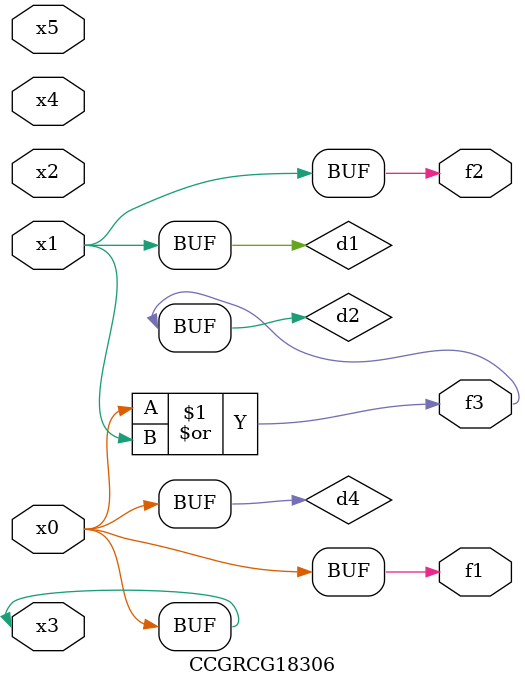
<source format=v>
module CCGRCG18306(
	input x0, x1, x2, x3, x4, x5,
	output f1, f2, f3
);

	wire d1, d2, d3, d4;

	and (d1, x1);
	or (d2, x0, x1);
	nand (d3, x0, x5);
	buf (d4, x0, x3);
	assign f1 = d4;
	assign f2 = d1;
	assign f3 = d2;
endmodule

</source>
